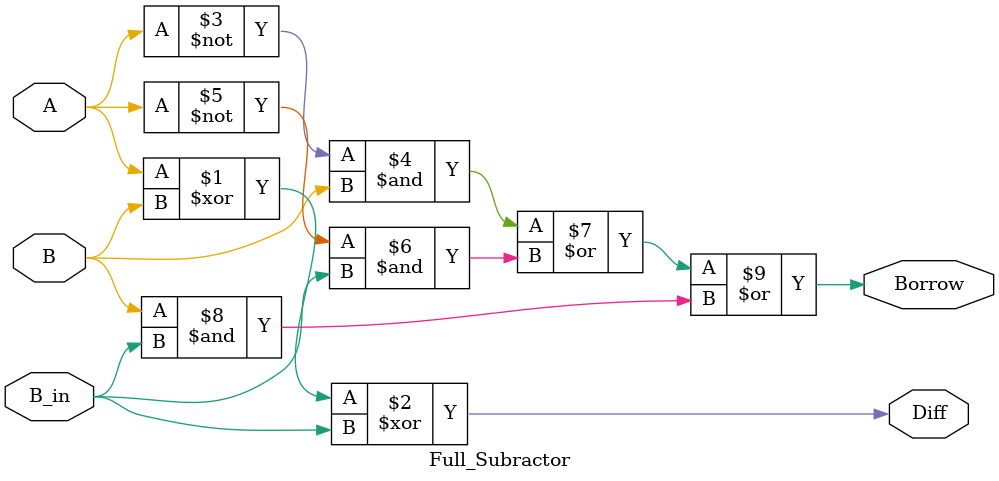
<source format=v>
`timescale 1ns / 1ps


module Full_Subractor(
    input A,
    input B,
    input B_in,
    output Diff,
    output Borrow
    );
    assign Diff = A^B^B_in;
    assign Borrow = (~A)&B | (~A)&B_in | B&B_in;
    
endmodule

</source>
